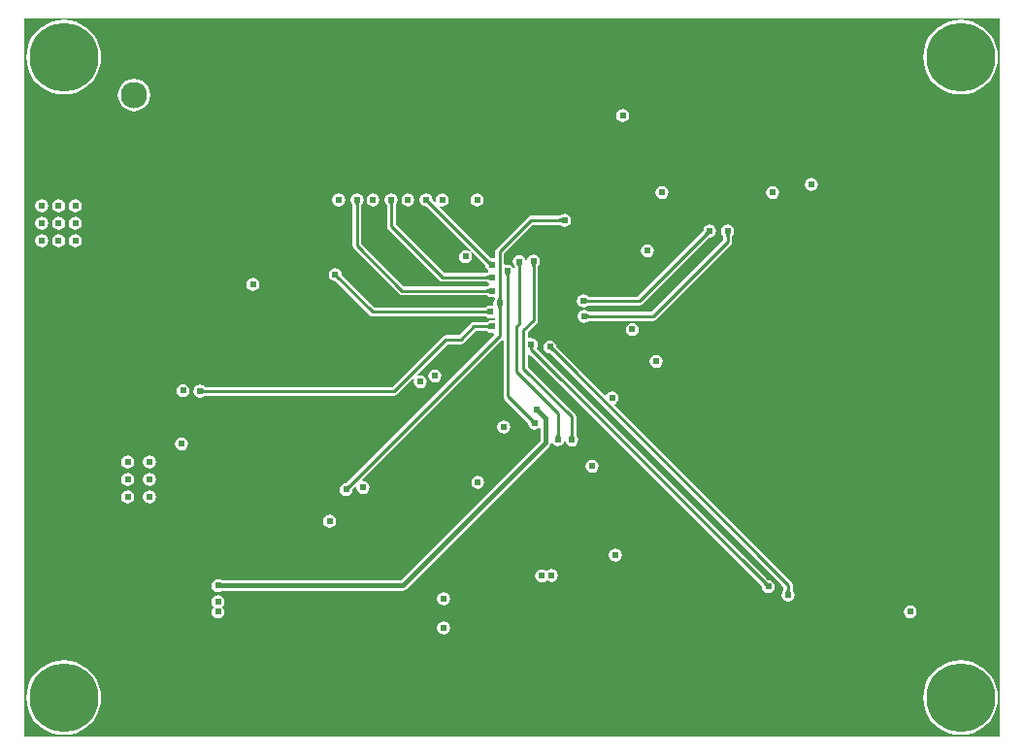
<source format=gbl>
G04*
G04 #@! TF.GenerationSoftware,Altium Limited,Altium Designer,20.1.11 (218)*
G04*
G04 Layer_Physical_Order=4*
G04 Layer_Color=16711680*
%FSLAX25Y25*%
%MOIN*%
G70*
G04*
G04 #@! TF.SameCoordinates,B66A225C-BE24-4516-9184-EBC19AA3E607*
G04*
G04*
G04 #@! TF.FilePolarity,Positive*
G04*
G01*
G75*
%ADD15C,0.01000*%
%ADD104C,0.01500*%
%ADD109C,0.09055*%
%ADD111C,0.02400*%
%ADD112C,0.23622*%
G36*
X321411Y-13511D02*
X-13511D01*
Y233411D01*
X321411D01*
Y-13511D01*
D02*
G37*
%LPC*%
G36*
X308000Y232851D02*
X305990Y232692D01*
X304029Y232222D01*
X302166Y231450D01*
X300447Y230396D01*
X298913Y229087D01*
X297604Y227553D01*
X296550Y225834D01*
X295778Y223971D01*
X295308Y222010D01*
X295149Y220000D01*
X295308Y217990D01*
X295778Y216029D01*
X296550Y214166D01*
X297604Y212447D01*
X298913Y210913D01*
X300447Y209604D01*
X302166Y208550D01*
X304029Y207778D01*
X305990Y207308D01*
X308000Y207149D01*
X310010Y207308D01*
X311971Y207778D01*
X313834Y208550D01*
X315553Y209604D01*
X317087Y210913D01*
X318396Y212447D01*
X319450Y214166D01*
X320222Y216029D01*
X320692Y217990D01*
X320851Y220000D01*
X320692Y222010D01*
X320222Y223971D01*
X319450Y225834D01*
X318396Y227553D01*
X317087Y229087D01*
X315553Y230396D01*
X313834Y231450D01*
X311971Y232222D01*
X310010Y232692D01*
X308000Y232851D01*
D02*
G37*
G36*
X0D02*
X-2010Y232692D01*
X-3971Y232222D01*
X-5834Y231450D01*
X-7553Y230396D01*
X-9087Y229087D01*
X-10396Y227553D01*
X-11450Y225834D01*
X-12222Y223971D01*
X-12692Y222010D01*
X-12851Y220000D01*
X-12692Y217990D01*
X-12222Y216029D01*
X-11450Y214166D01*
X-10396Y212447D01*
X-9087Y210913D01*
X-7553Y209604D01*
X-5834Y208550D01*
X-3971Y207778D01*
X-2010Y207308D01*
X0Y207149D01*
X2010Y207308D01*
X3971Y207778D01*
X5834Y208550D01*
X7553Y209604D01*
X9087Y210913D01*
X10396Y212447D01*
X11450Y214166D01*
X12222Y216029D01*
X12692Y217990D01*
X12851Y220000D01*
X12692Y222010D01*
X12222Y223971D01*
X11450Y225834D01*
X10396Y227553D01*
X9087Y229087D01*
X7553Y230396D01*
X5834Y231450D01*
X3971Y232222D01*
X2010Y232692D01*
X0Y232851D01*
D02*
G37*
G36*
X24158Y212575D02*
X22715Y212385D01*
X21370Y211828D01*
X20215Y210942D01*
X19329Y209788D01*
X18772Y208443D01*
X18582Y207000D01*
X18772Y205557D01*
X19329Y204212D01*
X20215Y203058D01*
X21370Y202172D01*
X22715Y201615D01*
X24158Y201425D01*
X25600Y201615D01*
X26945Y202172D01*
X28100Y203058D01*
X28986Y204212D01*
X29543Y205557D01*
X29733Y207000D01*
X29543Y208443D01*
X28986Y209788D01*
X28100Y210942D01*
X26945Y211828D01*
X25600Y212385D01*
X24158Y212575D01*
D02*
G37*
G36*
X192000Y202243D02*
X191142Y202072D01*
X190414Y201586D01*
X189928Y200858D01*
X189757Y200000D01*
X189928Y199142D01*
X190414Y198414D01*
X191142Y197928D01*
X192000Y197757D01*
X192858Y197928D01*
X193586Y198414D01*
X194072Y199142D01*
X194243Y200000D01*
X194072Y200858D01*
X193586Y201586D01*
X192858Y202072D01*
X192000Y202243D01*
D02*
G37*
G36*
X256745Y178485D02*
X255886Y178314D01*
X255158Y177828D01*
X254672Y177100D01*
X254502Y176242D01*
X254672Y175383D01*
X255158Y174655D01*
X255886Y174169D01*
X256745Y173998D01*
X257603Y174169D01*
X258331Y174655D01*
X258817Y175383D01*
X258988Y176242D01*
X258817Y177100D01*
X258331Y177828D01*
X257603Y178314D01*
X256745Y178485D01*
D02*
G37*
G36*
X243500Y175743D02*
X242642Y175572D01*
X241914Y175086D01*
X241428Y174358D01*
X241257Y173500D01*
X241428Y172642D01*
X241914Y171914D01*
X242642Y171428D01*
X243500Y171257D01*
X244358Y171428D01*
X245086Y171914D01*
X245572Y172642D01*
X245743Y173500D01*
X245572Y174358D01*
X245086Y175086D01*
X244358Y175572D01*
X243500Y175743D01*
D02*
G37*
G36*
X205500D02*
X204642Y175572D01*
X203914Y175086D01*
X203428Y174358D01*
X203257Y173500D01*
X203428Y172642D01*
X203914Y171914D01*
X204642Y171428D01*
X205500Y171257D01*
X206358Y171428D01*
X207086Y171914D01*
X207572Y172642D01*
X207743Y173500D01*
X207572Y174358D01*
X207086Y175086D01*
X206358Y175572D01*
X205500Y175743D01*
D02*
G37*
G36*
X129951Y173243D02*
X129092Y173072D01*
X128365Y172586D01*
X127878Y171858D01*
X127708Y171000D01*
X127793Y170572D01*
X127332Y170326D01*
X126766Y170891D01*
X126754Y170908D01*
X126738Y170934D01*
X126732Y170945D01*
X126743Y171000D01*
X126572Y171858D01*
X126086Y172586D01*
X125358Y173072D01*
X124500Y173243D01*
X123642Y173072D01*
X122914Y172586D01*
X122428Y171858D01*
X122257Y171000D01*
X122428Y170142D01*
X122914Y169414D01*
X123642Y168928D01*
X124500Y168757D01*
X124547Y168766D01*
X124557Y168761D01*
X124583Y168744D01*
X124600Y168731D01*
X139762Y153570D01*
X139443Y153182D01*
X139327Y153259D01*
X138858Y153572D01*
X138000Y153743D01*
X137142Y153572D01*
X136414Y153086D01*
X135928Y152358D01*
X135757Y151500D01*
X135928Y150642D01*
X136414Y149914D01*
X137142Y149428D01*
X138000Y149257D01*
X138858Y149428D01*
X139586Y149914D01*
X140072Y150642D01*
X140243Y151500D01*
X140072Y152358D01*
X139759Y152827D01*
X139682Y152943D01*
X140070Y153262D01*
X144698Y148634D01*
X144716Y148611D01*
X144743Y148571D01*
X144763Y148538D01*
X144778Y148509D01*
X144789Y148485D01*
X144795Y148466D01*
X144799Y148451D01*
X144809Y148398D01*
X144845Y148307D01*
X144928Y147892D01*
X145414Y147164D01*
X145896Y146842D01*
Y146256D01*
X145414Y145934D01*
X145385Y145891D01*
X145374Y145887D01*
X145344Y145880D01*
X145323Y145877D01*
X130786D01*
X114029Y162634D01*
Y169323D01*
X114033Y169344D01*
X114040Y169374D01*
X114043Y169385D01*
X114086Y169414D01*
X114572Y170142D01*
X114743Y171000D01*
X114572Y171858D01*
X114086Y172586D01*
X113358Y173072D01*
X112500Y173243D01*
X111642Y173072D01*
X110914Y172586D01*
X110428Y171858D01*
X110257Y171000D01*
X110428Y170142D01*
X110914Y169414D01*
X110957Y169385D01*
X110960Y169374D01*
X110967Y169344D01*
X110971Y169323D01*
Y162000D01*
X111087Y161415D01*
X111419Y160919D01*
X129071Y143266D01*
X129567Y142935D01*
X130152Y142818D01*
X145323D01*
X145344Y142815D01*
X145374Y142808D01*
X145385Y142805D01*
X145414Y142762D01*
X146076Y142319D01*
X146112Y142049D01*
X146076Y141779D01*
X145414Y141336D01*
X145385Y141293D01*
X145374Y141289D01*
X145344Y141283D01*
X145323Y141279D01*
X116884D01*
X102279Y155884D01*
Y169323D01*
X102283Y169344D01*
X102289Y169374D01*
X102293Y169385D01*
X102336Y169414D01*
X102822Y170142D01*
X102993Y171000D01*
X102822Y171858D01*
X102336Y172586D01*
X101608Y173072D01*
X100750Y173243D01*
X99892Y173072D01*
X99164Y172586D01*
X98678Y171858D01*
X98507Y171000D01*
X98678Y170142D01*
X99164Y169414D01*
X99207Y169385D01*
X99211Y169374D01*
X99217Y169344D01*
X99221Y169323D01*
Y155250D01*
X99337Y154665D01*
X99669Y154169D01*
X115169Y138669D01*
X115665Y138337D01*
X116250Y138221D01*
X145323D01*
X145344Y138217D01*
X145374Y138210D01*
X145385Y138207D01*
X145414Y138164D01*
X146142Y137678D01*
X147000Y137507D01*
X147543Y137615D01*
X148000Y137281D01*
X148053Y136920D01*
X147678Y136358D01*
X147507Y135500D01*
X147608Y134994D01*
X147560Y134913D01*
X147174Y134609D01*
X146500Y134743D01*
X145642Y134572D01*
X144914Y134086D01*
X144885Y134043D01*
X144874Y134039D01*
X144844Y134033D01*
X144823Y134029D01*
X106633D01*
X95528Y145135D01*
X95515Y145152D01*
X95499Y145178D01*
X95493Y145189D01*
X95503Y145240D01*
X95333Y146098D01*
X94846Y146826D01*
X94119Y147312D01*
X93260Y147483D01*
X92402Y147312D01*
X91674Y146826D01*
X91188Y146098D01*
X91017Y145240D01*
X91188Y144381D01*
X91674Y143654D01*
X92402Y143167D01*
X93260Y142997D01*
X93311Y143007D01*
X93322Y143001D01*
X93348Y142985D01*
X93365Y142972D01*
X104919Y131419D01*
X105415Y131087D01*
X106000Y130971D01*
X144823D01*
X144844Y130967D01*
X144874Y130961D01*
X144885Y130957D01*
X144914Y130914D01*
X145642Y130428D01*
X146500Y130257D01*
X147358Y130428D01*
X147721Y130670D01*
X148221Y130402D01*
Y129886D01*
X147721Y129600D01*
X147000Y129743D01*
X146142Y129572D01*
X145414Y129086D01*
X145385Y129043D01*
X145374Y129040D01*
X145344Y129033D01*
X145323Y129029D01*
X140900D01*
X140315Y128913D01*
X139819Y128581D01*
X135766Y124529D01*
X131260D01*
X130675Y124413D01*
X130179Y124081D01*
X112866Y106769D01*
X48438D01*
X48417Y106772D01*
X48386Y106779D01*
X48375Y106783D01*
X48346Y106826D01*
X47619Y107312D01*
X46760Y107483D01*
X45902Y107312D01*
X45174Y106826D01*
X44688Y106098D01*
X44517Y105240D01*
X44688Y104381D01*
X45174Y103654D01*
X45902Y103167D01*
X46760Y102997D01*
X47619Y103167D01*
X48346Y103654D01*
X48375Y103697D01*
X48386Y103700D01*
X48417Y103707D01*
X48438Y103710D01*
X113500D01*
X114085Y103827D01*
X114581Y104158D01*
X120000Y109577D01*
X120231Y109459D01*
X120413Y109282D01*
X120257Y108500D01*
X120428Y107642D01*
X120914Y106914D01*
X121642Y106428D01*
X122500Y106257D01*
X123358Y106428D01*
X124086Y106914D01*
X124572Y107642D01*
X124743Y108500D01*
X124572Y109358D01*
X124086Y110086D01*
X123358Y110572D01*
X122500Y110743D01*
X121718Y110588D01*
X121541Y110769D01*
X121423Y111000D01*
X131894Y121471D01*
X136400D01*
X136985Y121587D01*
X137481Y121919D01*
X141534Y125971D01*
X145323D01*
X145344Y125967D01*
X145374Y125961D01*
X145385Y125957D01*
X145414Y125914D01*
X146142Y125428D01*
X147000Y125257D01*
X147442Y125345D01*
X147942Y124993D01*
X147978Y124679D01*
X97115Y73817D01*
X97098Y73804D01*
X97071Y73788D01*
X97061Y73782D01*
X97010Y73792D01*
X96152Y73622D01*
X95424Y73135D01*
X94938Y72408D01*
X94767Y71549D01*
X94938Y70691D01*
X95424Y69963D01*
X96152Y69477D01*
X97010Y69306D01*
X97869Y69477D01*
X98597Y69963D01*
X99083Y70691D01*
X99253Y71549D01*
X99243Y71600D01*
X99249Y71610D01*
X99265Y71637D01*
X99278Y71654D01*
X100164Y72540D01*
X100624Y72293D01*
X100598Y72159D01*
X100768Y71301D01*
X101255Y70573D01*
X101982Y70087D01*
X102841Y69916D01*
X103699Y70087D01*
X104427Y70573D01*
X104913Y71301D01*
X105084Y72159D01*
X104913Y73018D01*
X104427Y73745D01*
X103699Y74231D01*
X102841Y74402D01*
X102707Y74376D01*
X102461Y74836D01*
X150471Y122846D01*
X150971Y122639D01*
Y103500D01*
X151087Y102915D01*
X151419Y102419D01*
X159483Y94354D01*
X159495Y94337D01*
X159512Y94311D01*
X159517Y94301D01*
X159507Y94250D01*
X159678Y93392D01*
X160164Y92664D01*
X160892Y92178D01*
X161750Y92007D01*
X162608Y92178D01*
X163216Y92583D01*
X163716Y92400D01*
Y88239D01*
X115782Y40305D01*
X54300D01*
X53869Y40593D01*
X53010Y40764D01*
X52152Y40593D01*
X51424Y40107D01*
X50938Y39379D01*
X50767Y38521D01*
X50938Y37662D01*
X51424Y36935D01*
X52152Y36448D01*
X53010Y36278D01*
X53869Y36448D01*
X54295Y36733D01*
X54348Y36737D01*
X116521D01*
X117204Y36872D01*
X117782Y37259D01*
X166762Y86238D01*
X167148Y86817D01*
X167268Y87416D01*
X167497Y87518D01*
X167784Y87543D01*
X168164Y86975D01*
X168892Y86488D01*
X169750Y86317D01*
X170608Y86488D01*
X171336Y86975D01*
X171822Y87702D01*
X171864Y87912D01*
X172374D01*
X172428Y87642D01*
X172914Y86914D01*
X173642Y86428D01*
X174500Y86257D01*
X175358Y86428D01*
X176086Y86914D01*
X176572Y87642D01*
X176743Y88500D01*
X176572Y89358D01*
X176086Y90086D01*
X176043Y90115D01*
X176040Y90126D01*
X176033Y90156D01*
X176029Y90177D01*
Y96500D01*
X175913Y97085D01*
X175581Y97581D01*
X159429Y113733D01*
Y117882D01*
X159929Y118089D01*
X239709Y38310D01*
X239721Y38293D01*
X239738Y38267D01*
X239743Y38256D01*
X239733Y38205D01*
X239904Y37347D01*
X240390Y36619D01*
X241118Y36133D01*
X241976Y35962D01*
X242835Y36133D01*
X243562Y36619D01*
X244049Y37347D01*
X244219Y38205D01*
X244049Y39064D01*
X243562Y39792D01*
X242835Y40278D01*
X241976Y40448D01*
X241925Y40438D01*
X241915Y40444D01*
X241889Y40460D01*
X241872Y40473D01*
X162324Y120020D01*
X162672Y120542D01*
X162843Y121400D01*
X162672Y122258D01*
X162186Y122986D01*
X161458Y123472D01*
X160600Y123643D01*
X159929Y123510D01*
X159429Y123819D01*
Y125566D01*
X162366Y128503D01*
X162697Y128999D01*
X162814Y129584D01*
Y148232D01*
X162817Y148253D01*
X162824Y148283D01*
X162827Y148294D01*
X162870Y148323D01*
X163357Y149051D01*
X163527Y149909D01*
X163357Y150768D01*
X162870Y151495D01*
X162143Y151981D01*
X161284Y152152D01*
X160426Y151981D01*
X159698Y151495D01*
X159212Y150768D01*
X159131Y150362D01*
X158621D01*
X158572Y150608D01*
X158086Y151336D01*
X157358Y151822D01*
X156500Y151993D01*
X155642Y151822D01*
X154914Y151336D01*
X154428Y150608D01*
X154257Y149750D01*
X154428Y148892D01*
X154914Y148164D01*
X154957Y148135D01*
X154959Y148128D01*
X154963Y147660D01*
X154471Y147511D01*
X154086Y148086D01*
X153358Y148572D01*
X152500Y148743D01*
X151779Y148600D01*
X151279Y148886D01*
Y152617D01*
X161134Y162471D01*
X170323D01*
X170344Y162467D01*
X170374Y162460D01*
X170385Y162457D01*
X170414Y162414D01*
X171142Y161928D01*
X172000Y161757D01*
X172858Y161928D01*
X173586Y162414D01*
X174072Y163142D01*
X174243Y164000D01*
X174072Y164858D01*
X173586Y165586D01*
X172858Y166072D01*
X172000Y166243D01*
X171142Y166072D01*
X170414Y165586D01*
X170385Y165543D01*
X170374Y165540D01*
X170344Y165533D01*
X170323Y165529D01*
X160500D01*
X159915Y165413D01*
X159419Y165081D01*
X148669Y154331D01*
X148337Y153835D01*
X148221Y153250D01*
Y151136D01*
X147721Y150850D01*
X147000Y150993D01*
X146751Y150944D01*
X146711Y150947D01*
X146709Y150949D01*
X129276Y168381D01*
X129523Y168842D01*
X129951Y168757D01*
X130809Y168928D01*
X131537Y169414D01*
X132023Y170142D01*
X132194Y171000D01*
X132023Y171858D01*
X131537Y172586D01*
X130809Y173072D01*
X129951Y173243D01*
D02*
G37*
G36*
X141951D02*
X141092Y173072D01*
X140365Y172586D01*
X139878Y171858D01*
X139708Y171000D01*
X139878Y170142D01*
X140365Y169414D01*
X141092Y168928D01*
X141951Y168757D01*
X142809Y168928D01*
X143537Y169414D01*
X144023Y170142D01*
X144194Y171000D01*
X144023Y171858D01*
X143537Y172586D01*
X142809Y173072D01*
X141951Y173243D01*
D02*
G37*
G36*
X118201D02*
X117342Y173072D01*
X116615Y172586D01*
X116128Y171858D01*
X115958Y171000D01*
X116128Y170142D01*
X116615Y169414D01*
X117342Y168928D01*
X118201Y168757D01*
X119059Y168928D01*
X119787Y169414D01*
X120273Y170142D01*
X120444Y171000D01*
X120273Y171858D01*
X119787Y172586D01*
X119059Y173072D01*
X118201Y173243D01*
D02*
G37*
G36*
X106201D02*
X105342Y173072D01*
X104615Y172586D01*
X104128Y171858D01*
X103958Y171000D01*
X104128Y170142D01*
X104615Y169414D01*
X105342Y168928D01*
X106201Y168757D01*
X107059Y168928D01*
X107787Y169414D01*
X108273Y170142D01*
X108444Y171000D01*
X108273Y171858D01*
X107787Y172586D01*
X107059Y173072D01*
X106201Y173243D01*
D02*
G37*
G36*
X94451D02*
X93592Y173072D01*
X92865Y172586D01*
X92378Y171858D01*
X92208Y171000D01*
X92378Y170142D01*
X92865Y169414D01*
X93592Y168928D01*
X94451Y168757D01*
X95309Y168928D01*
X96037Y169414D01*
X96523Y170142D01*
X96694Y171000D01*
X96523Y171858D01*
X96037Y172586D01*
X95309Y173072D01*
X94451Y173243D01*
D02*
G37*
G36*
X4000Y171243D02*
X3142Y171072D01*
X2414Y170586D01*
X1928Y169858D01*
X1757Y169000D01*
X1928Y168142D01*
X2414Y167414D01*
X3142Y166928D01*
X4000Y166757D01*
X4858Y166928D01*
X5586Y167414D01*
X6072Y168142D01*
X6243Y169000D01*
X6072Y169858D01*
X5586Y170586D01*
X4858Y171072D01*
X4000Y171243D01*
D02*
G37*
G36*
X-1750D02*
X-2608Y171072D01*
X-3336Y170586D01*
X-3822Y169858D01*
X-3993Y169000D01*
X-3822Y168142D01*
X-3336Y167414D01*
X-2608Y166928D01*
X-1750Y166757D01*
X-892Y166928D01*
X-164Y167414D01*
X322Y168142D01*
X493Y169000D01*
X322Y169858D01*
X-164Y170586D01*
X-892Y171072D01*
X-1750Y171243D01*
D02*
G37*
G36*
X-7500D02*
X-8358Y171072D01*
X-9086Y170586D01*
X-9572Y169858D01*
X-9743Y169000D01*
X-9572Y168142D01*
X-9086Y167414D01*
X-8358Y166928D01*
X-7500Y166757D01*
X-6642Y166928D01*
X-5914Y167414D01*
X-5428Y168142D01*
X-5257Y169000D01*
X-5428Y169858D01*
X-5914Y170586D01*
X-6642Y171072D01*
X-7500Y171243D01*
D02*
G37*
G36*
X4000Y165243D02*
X3142Y165072D01*
X2414Y164586D01*
X1928Y163858D01*
X1757Y163000D01*
X1928Y162142D01*
X2414Y161414D01*
X3142Y160928D01*
X4000Y160757D01*
X4858Y160928D01*
X5586Y161414D01*
X6072Y162142D01*
X6243Y163000D01*
X6072Y163858D01*
X5586Y164586D01*
X4858Y165072D01*
X4000Y165243D01*
D02*
G37*
G36*
X-1750D02*
X-2608Y165072D01*
X-3336Y164586D01*
X-3822Y163858D01*
X-3993Y163000D01*
X-3822Y162142D01*
X-3336Y161414D01*
X-2608Y160928D01*
X-1750Y160757D01*
X-892Y160928D01*
X-164Y161414D01*
X322Y162142D01*
X493Y163000D01*
X322Y163858D01*
X-164Y164586D01*
X-892Y165072D01*
X-1750Y165243D01*
D02*
G37*
G36*
X-7500D02*
X-8358Y165072D01*
X-9086Y164586D01*
X-9572Y163858D01*
X-9743Y163000D01*
X-9572Y162142D01*
X-9086Y161414D01*
X-8358Y160928D01*
X-7500Y160757D01*
X-6642Y160928D01*
X-5914Y161414D01*
X-5428Y162142D01*
X-5257Y163000D01*
X-5428Y163858D01*
X-5914Y164586D01*
X-6642Y165072D01*
X-7500Y165243D01*
D02*
G37*
G36*
X221847Y162493D02*
X220988Y162322D01*
X220260Y161836D01*
X219774Y161108D01*
X219634Y160405D01*
X219632Y160399D01*
X219632Y160394D01*
X219616Y160312D01*
X219611Y160301D01*
X219597Y160276D01*
X219576Y160244D01*
X219561Y160224D01*
X197116Y137779D01*
X180177D01*
X180156Y137783D01*
X180126Y137789D01*
X180115Y137793D01*
X180086Y137836D01*
X179358Y138322D01*
X178500Y138493D01*
X177642Y138322D01*
X176914Y137836D01*
X176428Y137108D01*
X176257Y136250D01*
X176428Y135392D01*
X176914Y134664D01*
X177642Y134178D01*
X178500Y134007D01*
X179358Y134178D01*
X180086Y134664D01*
X180115Y134707D01*
X180126Y134711D01*
X180156Y134717D01*
X180177Y134721D01*
X197750D01*
X198335Y134837D01*
X198831Y135169D01*
X221668Y158005D01*
X221681Y158015D01*
X221703Y158028D01*
X221714Y158033D01*
X221847Y158007D01*
X222705Y158178D01*
X223433Y158664D01*
X223919Y159392D01*
X224090Y160250D01*
X223919Y161108D01*
X223433Y161836D01*
X222705Y162322D01*
X221847Y162493D01*
D02*
G37*
G36*
X4000Y159243D02*
X3142Y159072D01*
X2414Y158586D01*
X1928Y157858D01*
X1757Y157000D01*
X1928Y156142D01*
X2414Y155414D01*
X3142Y154928D01*
X4000Y154757D01*
X4858Y154928D01*
X5586Y155414D01*
X6072Y156142D01*
X6243Y157000D01*
X6072Y157858D01*
X5586Y158586D01*
X4858Y159072D01*
X4000Y159243D01*
D02*
G37*
G36*
X-1750D02*
X-2608Y159072D01*
X-3336Y158586D01*
X-3822Y157858D01*
X-3993Y157000D01*
X-3822Y156142D01*
X-3336Y155414D01*
X-2608Y154928D01*
X-1750Y154757D01*
X-892Y154928D01*
X-164Y155414D01*
X322Y156142D01*
X493Y157000D01*
X322Y157858D01*
X-164Y158586D01*
X-892Y159072D01*
X-1750Y159243D01*
D02*
G37*
G36*
X-7500D02*
X-8358Y159072D01*
X-9086Y158586D01*
X-9572Y157858D01*
X-9743Y157000D01*
X-9572Y156142D01*
X-9086Y155414D01*
X-8358Y154928D01*
X-7500Y154757D01*
X-6642Y154928D01*
X-5914Y155414D01*
X-5428Y156142D01*
X-5257Y157000D01*
X-5428Y157858D01*
X-5914Y158586D01*
X-6642Y159072D01*
X-7500Y159243D01*
D02*
G37*
G36*
X200500Y155743D02*
X199642Y155572D01*
X198914Y155086D01*
X198428Y154358D01*
X198257Y153500D01*
X198428Y152642D01*
X198914Y151914D01*
X199642Y151428D01*
X200500Y151257D01*
X201358Y151428D01*
X202086Y151914D01*
X202572Y152642D01*
X202743Y153500D01*
X202572Y154358D01*
X202086Y155086D01*
X201358Y155572D01*
X200500Y155743D01*
D02*
G37*
G36*
X65000Y144243D02*
X64142Y144072D01*
X63414Y143586D01*
X62928Y142858D01*
X62757Y142000D01*
X62928Y141142D01*
X63414Y140414D01*
X64142Y139928D01*
X65000Y139757D01*
X65858Y139928D01*
X66586Y140414D01*
X67072Y141142D01*
X67243Y142000D01*
X67072Y142858D01*
X66586Y143586D01*
X65858Y144072D01*
X65000Y144243D01*
D02*
G37*
G36*
X228000Y162493D02*
X227142Y162322D01*
X226414Y161836D01*
X225928Y161108D01*
X225757Y160250D01*
X225928Y159392D01*
X226414Y158664D01*
X226457Y158635D01*
X226461Y158624D01*
X226467Y158594D01*
X226471Y158573D01*
Y157133D01*
X201867Y132529D01*
X180427D01*
X180406Y132533D01*
X180376Y132539D01*
X180365Y132543D01*
X180336Y132586D01*
X179608Y133072D01*
X178750Y133243D01*
X177892Y133072D01*
X177164Y132586D01*
X176678Y131858D01*
X176507Y131000D01*
X176678Y130142D01*
X177164Y129414D01*
X177892Y128928D01*
X178750Y128757D01*
X179608Y128928D01*
X180336Y129414D01*
X180365Y129457D01*
X180376Y129461D01*
X180406Y129467D01*
X180427Y129471D01*
X202500D01*
X203085Y129587D01*
X203581Y129919D01*
X229081Y155419D01*
X229413Y155915D01*
X229529Y156500D01*
Y158573D01*
X229533Y158594D01*
X229539Y158624D01*
X229543Y158635D01*
X229586Y158664D01*
X230072Y159392D01*
X230243Y160250D01*
X230072Y161108D01*
X229586Y161836D01*
X228858Y162322D01*
X228000Y162493D01*
D02*
G37*
G36*
X195250Y128743D02*
X194392Y128572D01*
X193664Y128086D01*
X193178Y127358D01*
X193007Y126500D01*
X193178Y125642D01*
X193664Y124914D01*
X194392Y124428D01*
X195250Y124257D01*
X196108Y124428D01*
X196836Y124914D01*
X197322Y125642D01*
X197493Y126500D01*
X197322Y127358D01*
X196836Y128086D01*
X196108Y128572D01*
X195250Y128743D01*
D02*
G37*
G36*
X203500Y117743D02*
X202642Y117572D01*
X201914Y117086D01*
X201428Y116358D01*
X201257Y115500D01*
X201428Y114642D01*
X201914Y113914D01*
X202642Y113428D01*
X203500Y113257D01*
X204358Y113428D01*
X205086Y113914D01*
X205572Y114642D01*
X205743Y115500D01*
X205572Y116358D01*
X205086Y117086D01*
X204358Y117572D01*
X203500Y117743D01*
D02*
G37*
G36*
X127500Y112743D02*
X126642Y112572D01*
X125914Y112086D01*
X125428Y111358D01*
X125257Y110500D01*
X125428Y109642D01*
X125914Y108914D01*
X126642Y108428D01*
X127500Y108257D01*
X128358Y108428D01*
X129086Y108914D01*
X129572Y109642D01*
X129743Y110500D01*
X129572Y111358D01*
X129086Y112086D01*
X128358Y112572D01*
X127500Y112743D01*
D02*
G37*
G36*
X41000Y107743D02*
X40142Y107572D01*
X39414Y107086D01*
X38928Y106358D01*
X38757Y105500D01*
X38928Y104642D01*
X39414Y103914D01*
X40142Y103428D01*
X41000Y103257D01*
X41858Y103428D01*
X42586Y103914D01*
X43072Y104642D01*
X43243Y105500D01*
X43072Y106358D01*
X42586Y107086D01*
X41858Y107572D01*
X41000Y107743D01*
D02*
G37*
G36*
X151150Y95243D02*
X150291Y95072D01*
X149564Y94586D01*
X149077Y93858D01*
X148907Y93000D01*
X149077Y92142D01*
X149564Y91414D01*
X150291Y90928D01*
X151150Y90757D01*
X152008Y90928D01*
X152736Y91414D01*
X153222Y92142D01*
X153393Y93000D01*
X153222Y93858D01*
X152736Y94586D01*
X152008Y95072D01*
X151150Y95243D01*
D02*
G37*
G36*
X40500Y89443D02*
X39642Y89272D01*
X38914Y88786D01*
X38428Y88058D01*
X38257Y87200D01*
X38428Y86342D01*
X38914Y85614D01*
X39642Y85128D01*
X40500Y84957D01*
X41358Y85128D01*
X42086Y85614D01*
X42572Y86342D01*
X42743Y87200D01*
X42572Y88058D01*
X42086Y88786D01*
X41358Y89272D01*
X40500Y89443D01*
D02*
G37*
G36*
X29500Y83243D02*
X28642Y83072D01*
X27914Y82586D01*
X27428Y81858D01*
X27257Y81000D01*
X27428Y80142D01*
X27914Y79414D01*
X28642Y78928D01*
X29500Y78757D01*
X30358Y78928D01*
X31086Y79414D01*
X31572Y80142D01*
X31743Y81000D01*
X31572Y81858D01*
X31086Y82586D01*
X30358Y83072D01*
X29500Y83243D01*
D02*
G37*
G36*
X22000D02*
X21142Y83072D01*
X20414Y82586D01*
X19928Y81858D01*
X19757Y81000D01*
X19928Y80142D01*
X20414Y79414D01*
X21142Y78928D01*
X22000Y78757D01*
X22858Y78928D01*
X23586Y79414D01*
X24072Y80142D01*
X24243Y81000D01*
X24072Y81858D01*
X23586Y82586D01*
X22858Y83072D01*
X22000Y83243D01*
D02*
G37*
G36*
X181500Y81743D02*
X180642Y81572D01*
X179914Y81086D01*
X179428Y80358D01*
X179257Y79500D01*
X179428Y78642D01*
X179914Y77914D01*
X180642Y77428D01*
X181500Y77257D01*
X182358Y77428D01*
X183086Y77914D01*
X183572Y78642D01*
X183743Y79500D01*
X183572Y80358D01*
X183086Y81086D01*
X182358Y81572D01*
X181500Y81743D01*
D02*
G37*
G36*
X29500Y77243D02*
X28642Y77072D01*
X27914Y76586D01*
X27428Y75858D01*
X27257Y75000D01*
X27428Y74142D01*
X27914Y73414D01*
X28642Y72928D01*
X29500Y72757D01*
X30358Y72928D01*
X31086Y73414D01*
X31572Y74142D01*
X31743Y75000D01*
X31572Y75858D01*
X31086Y76586D01*
X30358Y77072D01*
X29500Y77243D01*
D02*
G37*
G36*
X22000D02*
X21142Y77072D01*
X20414Y76586D01*
X19928Y75858D01*
X19757Y75000D01*
X19928Y74142D01*
X20414Y73414D01*
X21142Y72928D01*
X22000Y72757D01*
X22858Y72928D01*
X23586Y73414D01*
X24072Y74142D01*
X24243Y75000D01*
X24072Y75858D01*
X23586Y76586D01*
X22858Y77072D01*
X22000Y77243D01*
D02*
G37*
G36*
X142201Y76243D02*
X141342Y76072D01*
X140615Y75586D01*
X140128Y74858D01*
X139958Y74000D01*
X140128Y73142D01*
X140615Y72414D01*
X141342Y71928D01*
X142201Y71757D01*
X143059Y71928D01*
X143787Y72414D01*
X144273Y73142D01*
X144444Y74000D01*
X144273Y74858D01*
X143787Y75586D01*
X143059Y76072D01*
X142201Y76243D01*
D02*
G37*
G36*
X29500Y71243D02*
X28642Y71072D01*
X27914Y70586D01*
X27428Y69858D01*
X27257Y69000D01*
X27428Y68142D01*
X27914Y67414D01*
X28642Y66928D01*
X29500Y66757D01*
X30358Y66928D01*
X31086Y67414D01*
X31572Y68142D01*
X31743Y69000D01*
X31572Y69858D01*
X31086Y70586D01*
X30358Y71072D01*
X29500Y71243D01*
D02*
G37*
G36*
X22000D02*
X21142Y71072D01*
X20414Y70586D01*
X19928Y69858D01*
X19757Y69000D01*
X19928Y68142D01*
X20414Y67414D01*
X21142Y66928D01*
X22000Y66757D01*
X22858Y66928D01*
X23586Y67414D01*
X24072Y68142D01*
X24243Y69000D01*
X24072Y69858D01*
X23586Y70586D01*
X22858Y71072D01*
X22000Y71243D01*
D02*
G37*
G36*
X91341Y62902D02*
X90482Y62731D01*
X89755Y62245D01*
X89268Y61518D01*
X89098Y60659D01*
X89268Y59801D01*
X89755Y59073D01*
X90482Y58587D01*
X91341Y58416D01*
X92199Y58587D01*
X92927Y59073D01*
X93413Y59801D01*
X93584Y60659D01*
X93413Y61518D01*
X92927Y62245D01*
X92199Y62731D01*
X91341Y62902D01*
D02*
G37*
G36*
X189500Y51243D02*
X188642Y51072D01*
X187914Y50586D01*
X187428Y49858D01*
X187257Y49000D01*
X187428Y48142D01*
X187914Y47414D01*
X188642Y46928D01*
X189500Y46757D01*
X190358Y46928D01*
X191086Y47414D01*
X191572Y48142D01*
X191743Y49000D01*
X191572Y49858D01*
X191086Y50586D01*
X190358Y51072D01*
X189500Y51243D01*
D02*
G37*
G36*
X167500Y44243D02*
X166642Y44072D01*
X165914Y43586D01*
X165373Y43676D01*
X165018Y43913D01*
X164159Y44084D01*
X163301Y43913D01*
X162573Y43427D01*
X162087Y42699D01*
X161916Y41841D01*
X162087Y40982D01*
X162573Y40255D01*
X163301Y39768D01*
X164159Y39598D01*
X165018Y39768D01*
X165745Y40255D01*
X166287Y40165D01*
X166642Y39928D01*
X167500Y39757D01*
X168358Y39928D01*
X169086Y40414D01*
X169572Y41142D01*
X169743Y42000D01*
X169572Y42858D01*
X169086Y43586D01*
X168358Y44072D01*
X167500Y44243D01*
D02*
G37*
G36*
X167000Y122743D02*
X166142Y122572D01*
X165414Y122086D01*
X164928Y121358D01*
X164757Y120500D01*
X164928Y119642D01*
X165414Y118914D01*
X166142Y118428D01*
X167000Y118257D01*
X167051Y118267D01*
X167061Y118262D01*
X167087Y118245D01*
X167104Y118233D01*
X247229Y38108D01*
Y36919D01*
X247225Y36898D01*
X247219Y36868D01*
X247215Y36857D01*
X247172Y36828D01*
X246686Y36100D01*
X246515Y35242D01*
X246686Y34383D01*
X247172Y33656D01*
X247900Y33170D01*
X248758Y32999D01*
X249617Y33170D01*
X250344Y33656D01*
X250831Y34383D01*
X251001Y35242D01*
X250831Y36100D01*
X250344Y36828D01*
X250301Y36857D01*
X250298Y36868D01*
X250291Y36898D01*
X250288Y36919D01*
Y38742D01*
X250171Y39327D01*
X249839Y39823D01*
X189167Y100496D01*
X189302Y101068D01*
X189870Y101448D01*
X190357Y102176D01*
X190527Y103034D01*
X190357Y103893D01*
X189870Y104620D01*
X189143Y105106D01*
X188284Y105277D01*
X187426Y105106D01*
X186698Y104620D01*
X186318Y104052D01*
X185746Y103917D01*
X169267Y120396D01*
X169255Y120413D01*
X169238Y120439D01*
X169233Y120449D01*
X169243Y120500D01*
X169072Y121358D01*
X168586Y122086D01*
X167858Y122572D01*
X167000Y122743D01*
D02*
G37*
G36*
X130500Y36243D02*
X129642Y36072D01*
X128914Y35586D01*
X128428Y34858D01*
X128257Y34000D01*
X128428Y33142D01*
X128914Y32414D01*
X129642Y31928D01*
X130500Y31757D01*
X131358Y31928D01*
X132086Y32414D01*
X132572Y33142D01*
X132743Y34000D01*
X132572Y34858D01*
X132086Y35586D01*
X131358Y36072D01*
X130500Y36243D01*
D02*
G37*
G36*
X290701Y31743D02*
X289842Y31572D01*
X289115Y31086D01*
X288628Y30358D01*
X288458Y29500D01*
X288628Y28642D01*
X289115Y27914D01*
X289842Y27428D01*
X290701Y27257D01*
X291559Y27428D01*
X292287Y27914D01*
X292773Y28642D01*
X292944Y29500D01*
X292773Y30358D01*
X292287Y31086D01*
X291559Y31572D01*
X290701Y31743D01*
D02*
G37*
G36*
X53000Y35243D02*
X52142Y35072D01*
X51414Y34586D01*
X50928Y33858D01*
X50757Y33000D01*
X50928Y32142D01*
X51414Y31414D01*
Y31086D01*
X50928Y30358D01*
X50757Y29500D01*
X50928Y28642D01*
X51414Y27914D01*
X52142Y27428D01*
X53000Y27257D01*
X53858Y27428D01*
X54586Y27914D01*
X55072Y28642D01*
X55243Y29500D01*
X55072Y30358D01*
X54586Y31086D01*
Y31414D01*
X55072Y32142D01*
X55243Y33000D01*
X55072Y33858D01*
X54586Y34586D01*
X53858Y35072D01*
X53000Y35243D01*
D02*
G37*
G36*
X130500Y26243D02*
X129642Y26072D01*
X128914Y25586D01*
X128428Y24858D01*
X128257Y24000D01*
X128428Y23142D01*
X128914Y22414D01*
X129642Y21928D01*
X130500Y21757D01*
X131358Y21928D01*
X132086Y22414D01*
X132572Y23142D01*
X132743Y24000D01*
X132572Y24858D01*
X132086Y25586D01*
X131358Y26072D01*
X130500Y26243D01*
D02*
G37*
G36*
X308000Y12851D02*
X305990Y12692D01*
X304029Y12222D01*
X302166Y11450D01*
X300447Y10396D01*
X298913Y9087D01*
X297604Y7553D01*
X296550Y5834D01*
X295778Y3971D01*
X295308Y2010D01*
X295149Y0D01*
X295308Y-2010D01*
X295778Y-3971D01*
X296550Y-5834D01*
X297604Y-7553D01*
X298913Y-9087D01*
X300447Y-10396D01*
X302166Y-11450D01*
X304029Y-12222D01*
X305990Y-12692D01*
X308000Y-12851D01*
X310010Y-12692D01*
X311971Y-12222D01*
X313834Y-11450D01*
X315553Y-10396D01*
X317087Y-9087D01*
X318396Y-7553D01*
X319450Y-5834D01*
X320222Y-3971D01*
X320692Y-2010D01*
X320851Y0D01*
X320692Y2010D01*
X320222Y3971D01*
X319450Y5834D01*
X318396Y7553D01*
X317087Y9087D01*
X315553Y10396D01*
X313834Y11450D01*
X311971Y12222D01*
X310010Y12692D01*
X308000Y12851D01*
D02*
G37*
G36*
X0D02*
X-2010Y12692D01*
X-3971Y12222D01*
X-5834Y11450D01*
X-7553Y10396D01*
X-9087Y9087D01*
X-10396Y7553D01*
X-11450Y5834D01*
X-12222Y3971D01*
X-12692Y2010D01*
X-12851Y0D01*
X-12692Y-2010D01*
X-12222Y-3971D01*
X-11450Y-5834D01*
X-10396Y-7553D01*
X-9087Y-9087D01*
X-7553Y-10396D01*
X-5834Y-11450D01*
X-3971Y-12222D01*
X-2010Y-12692D01*
X0Y-12851D01*
X2010Y-12692D01*
X3971Y-12222D01*
X5834Y-11450D01*
X7553Y-10396D01*
X9087Y-9087D01*
X10396Y-7553D01*
X11450Y-5834D01*
X12222Y-3971D01*
X12692Y-2010D01*
X12851Y0D01*
X12692Y2010D01*
X12222Y3971D01*
X11450Y5834D01*
X10396Y7553D01*
X9087Y9087D01*
X7553Y10396D01*
X5834Y11450D01*
X3971Y12222D01*
X2010Y12692D01*
X0Y12851D01*
D02*
G37*
%LPD*%
G36*
X125703Y170889D02*
X125715Y170795D01*
X125736Y170702D01*
X125766Y170609D01*
X125805Y170518D01*
X125853Y170426D01*
X125909Y170336D01*
X125975Y170246D01*
X126049Y170157D01*
X126133Y170069D01*
X125423Y169365D01*
X125335Y169448D01*
X125246Y169522D01*
X125156Y169588D01*
X125066Y169645D01*
X124975Y169693D01*
X124883Y169732D01*
X124791Y169762D01*
X124697Y169784D01*
X124603Y169796D01*
X124508Y169800D01*
X125700Y170984D01*
X125703Y170889D01*
D02*
G37*
G36*
X113275Y170073D02*
X113218Y169998D01*
X113167Y169917D01*
X113122Y169830D01*
X113085Y169738D01*
X113054Y169640D01*
X113031Y169536D01*
X113014Y169426D01*
X113003Y169310D01*
X113000Y169189D01*
X112000D01*
X111997Y169310D01*
X111986Y169426D01*
X111969Y169536D01*
X111946Y169640D01*
X111915Y169738D01*
X111878Y169830D01*
X111833Y169917D01*
X111782Y169998D01*
X111725Y170073D01*
X111660Y170143D01*
X113340D01*
X113275Y170073D01*
D02*
G37*
G36*
X101525D02*
X101468Y169998D01*
X101417Y169917D01*
X101372Y169830D01*
X101335Y169738D01*
X101304Y169640D01*
X101281Y169536D01*
X101264Y169426D01*
X101253Y169310D01*
X101250Y169189D01*
X100250D01*
X100247Y169310D01*
X100236Y169426D01*
X100219Y169536D01*
X100196Y169640D01*
X100165Y169738D01*
X100128Y169830D01*
X100083Y169917D01*
X100032Y169998D01*
X99975Y170073D01*
X99910Y170143D01*
X101590D01*
X101525Y170073D01*
D02*
G37*
G36*
X171143Y163160D02*
X171073Y163225D01*
X170998Y163282D01*
X170917Y163333D01*
X170830Y163378D01*
X170738Y163415D01*
X170640Y163446D01*
X170536Y163469D01*
X170426Y163486D01*
X170310Y163497D01*
X170189Y163500D01*
Y164500D01*
X170310Y164503D01*
X170426Y164514D01*
X170536Y164531D01*
X170640Y164554D01*
X170738Y164585D01*
X170830Y164622D01*
X170917Y164667D01*
X170998Y164718D01*
X171073Y164775D01*
X171143Y164840D01*
Y163160D01*
D02*
G37*
G36*
X145988Y150219D02*
X146077Y150146D01*
X146167Y150083D01*
X146257Y150031D01*
X146348Y149989D01*
X146439Y149957D01*
X146531Y149936D01*
X146623Y149925D01*
X146715Y149925D01*
X146808Y149934D01*
X145812Y148581D01*
X145795Y148673D01*
X145771Y148764D01*
X145739Y148855D01*
X145700Y148945D01*
X145654Y149035D01*
X145600Y149124D01*
X145539Y149213D01*
X145470Y149302D01*
X145394Y149390D01*
X145311Y149477D01*
X145899Y150303D01*
X145988Y150219D01*
D02*
G37*
G36*
X162060Y148983D02*
X162002Y148907D01*
X161951Y148826D01*
X161907Y148740D01*
X161869Y148647D01*
X161839Y148549D01*
X161815Y148445D01*
X161798Y148335D01*
X161788Y148220D01*
X161784Y148098D01*
X160784D01*
X160781Y148220D01*
X160771Y148335D01*
X160754Y148445D01*
X160730Y148549D01*
X160699Y148647D01*
X160662Y148740D01*
X160618Y148826D01*
X160567Y148907D01*
X160509Y148983D01*
X160444Y149052D01*
X162124D01*
X162060Y148983D01*
D02*
G37*
G36*
X157275Y148823D02*
X157218Y148748D01*
X157167Y148667D01*
X157122Y148580D01*
X157085Y148488D01*
X157054Y148390D01*
X157031Y148286D01*
X157014Y148176D01*
X157003Y148060D01*
X157000Y147939D01*
X156000D01*
X155997Y148060D01*
X155986Y148176D01*
X155969Y148286D01*
X155946Y148390D01*
X155915Y148488D01*
X155878Y148580D01*
X155833Y148667D01*
X155782Y148748D01*
X155725Y148823D01*
X155660Y148893D01*
X157340D01*
X157275Y148823D01*
D02*
G37*
G36*
X153275Y145573D02*
X153218Y145498D01*
X153167Y145417D01*
X153122Y145330D01*
X153085Y145238D01*
X153054Y145140D01*
X153031Y145036D01*
X153014Y144926D01*
X153003Y144810D01*
X153000Y144689D01*
X152000D01*
X151997Y144810D01*
X151986Y144926D01*
X151969Y145036D01*
X151946Y145140D01*
X151915Y145238D01*
X151878Y145330D01*
X151833Y145417D01*
X151782Y145498D01*
X151725Y145573D01*
X151660Y145643D01*
X153340D01*
X153275Y145573D01*
D02*
G37*
G36*
X94464Y145133D02*
X94476Y145039D01*
X94497Y144945D01*
X94528Y144853D01*
X94567Y144761D01*
X94614Y144670D01*
X94671Y144579D01*
X94737Y144490D01*
X94811Y144401D01*
X94894Y144313D01*
X94187Y143606D01*
X94099Y143689D01*
X94010Y143763D01*
X93921Y143829D01*
X93830Y143886D01*
X93739Y143933D01*
X93647Y143973D01*
X93555Y144003D01*
X93461Y144024D01*
X93367Y144036D01*
X93272Y144040D01*
X94460Y145228D01*
X94464Y145133D01*
D02*
G37*
G36*
X146143Y143508D02*
X146073Y143572D01*
X145998Y143630D01*
X145917Y143681D01*
X145830Y143725D01*
X145738Y143763D01*
X145640Y143793D01*
X145536Y143817D01*
X145426Y143834D01*
X145310Y143844D01*
X145189Y143848D01*
Y144848D01*
X145310Y144851D01*
X145426Y144861D01*
X145536Y144878D01*
X145640Y144902D01*
X145738Y144933D01*
X145830Y144970D01*
X145917Y145014D01*
X145998Y145065D01*
X146073Y145123D01*
X146143Y145188D01*
Y143508D01*
D02*
G37*
G36*
Y138910D02*
X146073Y138975D01*
X145998Y139032D01*
X145917Y139083D01*
X145830Y139128D01*
X145738Y139165D01*
X145640Y139196D01*
X145536Y139219D01*
X145426Y139236D01*
X145310Y139247D01*
X145189Y139250D01*
Y140250D01*
X145310Y140253D01*
X145426Y140264D01*
X145536Y140281D01*
X145640Y140304D01*
X145738Y140335D01*
X145830Y140372D01*
X145917Y140417D01*
X145998Y140468D01*
X146073Y140525D01*
X146143Y140590D01*
Y138910D01*
D02*
G37*
G36*
X150253Y137190D02*
X150264Y137074D01*
X150281Y136964D01*
X150304Y136860D01*
X150335Y136762D01*
X150372Y136670D01*
X150417Y136583D01*
X150468Y136502D01*
X150525Y136426D01*
X150590Y136357D01*
X148910D01*
X148975Y136426D01*
X149032Y136502D01*
X149083Y136583D01*
X149128Y136670D01*
X149165Y136762D01*
X149196Y136860D01*
X149219Y136964D01*
X149236Y137074D01*
X149247Y137190D01*
X149250Y137311D01*
X150250D01*
X150253Y137190D01*
D02*
G37*
G36*
X150525Y134573D02*
X150468Y134498D01*
X150417Y134417D01*
X150372Y134330D01*
X150335Y134238D01*
X150304Y134140D01*
X150281Y134036D01*
X150264Y133926D01*
X150253Y133810D01*
X150250Y133689D01*
X149250D01*
X149247Y133810D01*
X149236Y133926D01*
X149219Y134036D01*
X149196Y134140D01*
X149165Y134238D01*
X149128Y134330D01*
X149083Y134417D01*
X149032Y134498D01*
X148975Y134573D01*
X148910Y134643D01*
X150590D01*
X150525Y134573D01*
D02*
G37*
G36*
X145643Y131660D02*
X145573Y131725D01*
X145498Y131782D01*
X145417Y131833D01*
X145330Y131878D01*
X145238Y131915D01*
X145140Y131946D01*
X145036Y131969D01*
X144926Y131986D01*
X144810Y131997D01*
X144689Y132000D01*
Y133000D01*
X144810Y133003D01*
X144926Y133014D01*
X145036Y133031D01*
X145140Y133054D01*
X145238Y133085D01*
X145330Y133122D01*
X145417Y133167D01*
X145498Y133218D01*
X145573Y133275D01*
X145643Y133340D01*
Y131660D01*
D02*
G37*
G36*
X146143Y126660D02*
X146073Y126725D01*
X145998Y126782D01*
X145917Y126833D01*
X145830Y126878D01*
X145738Y126915D01*
X145640Y126946D01*
X145536Y126969D01*
X145426Y126986D01*
X145310Y126997D01*
X145189Y127000D01*
Y128000D01*
X145310Y128003D01*
X145426Y128014D01*
X145536Y128031D01*
X145640Y128054D01*
X145738Y128085D01*
X145830Y128122D01*
X145917Y128167D01*
X145998Y128218D01*
X146073Y128275D01*
X146143Y128340D01*
Y126660D01*
D02*
G37*
G36*
X161279Y120403D02*
X161242Y120354D01*
X161208Y120294D01*
X161180Y120225D01*
X161155Y120145D01*
X161135Y120054D01*
X161120Y119954D01*
X161109Y119843D01*
X161100Y119589D01*
X160100D01*
X160098Y119721D01*
X160080Y119954D01*
X160065Y120054D01*
X160045Y120145D01*
X160020Y120225D01*
X159992Y120294D01*
X159958Y120354D01*
X159921Y120403D01*
X159879Y120441D01*
X161321D01*
X161279Y120403D01*
D02*
G37*
G36*
X47687Y106015D02*
X47762Y105957D01*
X47843Y105906D01*
X47930Y105862D01*
X48022Y105825D01*
X48121Y105794D01*
X48225Y105770D01*
X48335Y105753D01*
X48450Y105743D01*
X48571Y105740D01*
Y104740D01*
X48450Y104736D01*
X48335Y104726D01*
X48225Y104709D01*
X48121Y104685D01*
X48022Y104655D01*
X47930Y104617D01*
X47843Y104573D01*
X47762Y104522D01*
X47687Y104464D01*
X47617Y104400D01*
Y106080D01*
X47687Y106015D01*
D02*
G37*
G36*
X163705Y98959D02*
X163720Y98922D01*
X163745Y98878D01*
X163780Y98827D01*
X163825Y98768D01*
X163945Y98627D01*
X164202Y98359D01*
X163141Y97298D01*
X163044Y97394D01*
X162673Y97720D01*
X162622Y97755D01*
X162577Y97780D01*
X162541Y97795D01*
X162512Y97800D01*
X163700Y98988D01*
X163705Y98959D01*
D02*
G37*
G36*
X160911Y95801D02*
X161000Y95726D01*
X161090Y95661D01*
X161180Y95604D01*
X161271Y95556D01*
X161363Y95517D01*
X161456Y95487D01*
X161549Y95466D01*
X161643Y95453D01*
X161738Y95450D01*
X160550Y94262D01*
X160547Y94357D01*
X160534Y94451D01*
X160513Y94544D01*
X160483Y94637D01*
X160444Y94729D01*
X160396Y94820D01*
X160339Y94910D01*
X160274Y95000D01*
X160199Y95089D01*
X160116Y95177D01*
X160823Y95884D01*
X160911Y95801D01*
D02*
G37*
G36*
X170253Y90250D02*
X170264Y90135D01*
X170281Y90025D01*
X170304Y89921D01*
X170335Y89823D01*
X170372Y89730D01*
X170417Y89643D01*
X170468Y89562D01*
X170525Y89487D01*
X170590Y89418D01*
X168910D01*
X168975Y89487D01*
X169032Y89562D01*
X169083Y89643D01*
X169128Y89730D01*
X169165Y89823D01*
X169196Y89921D01*
X169219Y90025D01*
X169236Y90135D01*
X169247Y90250D01*
X169250Y90372D01*
X170250D01*
X170253Y90250D01*
D02*
G37*
G36*
X175003Y90190D02*
X175014Y90074D01*
X175031Y89964D01*
X175054Y89860D01*
X175085Y89762D01*
X175122Y89670D01*
X175167Y89583D01*
X175218Y89502D01*
X175275Y89426D01*
X175340Y89357D01*
X173660D01*
X173725Y89426D01*
X173782Y89502D01*
X173833Y89583D01*
X173878Y89670D01*
X173915Y89762D01*
X173946Y89860D01*
X173969Y89964D01*
X173986Y90074D01*
X173997Y90190D01*
X174000Y90311D01*
X175000D01*
X175003Y90190D01*
D02*
G37*
G36*
X98644Y72476D02*
X98561Y72388D01*
X98487Y72299D01*
X98421Y72210D01*
X98364Y72119D01*
X98317Y72028D01*
X98277Y71936D01*
X98247Y71843D01*
X98226Y71750D01*
X98214Y71656D01*
X98210Y71561D01*
X97022Y72749D01*
X97117Y72753D01*
X97211Y72765D01*
X97305Y72786D01*
X97397Y72816D01*
X97489Y72855D01*
X97580Y72903D01*
X97671Y72960D01*
X97760Y73026D01*
X97849Y73100D01*
X97937Y73183D01*
X98644Y72476D01*
D02*
G37*
G36*
X241137Y39756D02*
X241226Y39682D01*
X241316Y39616D01*
X241406Y39559D01*
X241497Y39511D01*
X241589Y39472D01*
X241682Y39442D01*
X241775Y39421D01*
X241869Y39409D01*
X241964Y39405D01*
X240776Y38217D01*
X240773Y38312D01*
X240760Y38406D01*
X240739Y38500D01*
X240709Y38592D01*
X240670Y38684D01*
X240622Y38775D01*
X240566Y38866D01*
X240500Y38955D01*
X240425Y39044D01*
X240342Y39132D01*
X241049Y39839D01*
X241137Y39756D01*
D02*
G37*
G36*
X53891Y39344D02*
X53928Y39328D01*
X53976Y39315D01*
X54038Y39303D01*
X54111Y39293D01*
X54296Y39279D01*
X54667Y39271D01*
Y37771D01*
X54531Y37770D01*
X54038Y37738D01*
X53976Y37727D01*
X53928Y37713D01*
X53891Y37698D01*
X53867Y37681D01*
Y39361D01*
X53891Y39344D01*
D02*
G37*
G36*
X221766Y159053D02*
X221672Y159054D01*
X221578Y159046D01*
X221484Y159029D01*
X221392Y159002D01*
X221300Y158966D01*
X221209Y158921D01*
X221118Y158866D01*
X221029Y158801D01*
X220939Y158727D01*
X220851Y158644D01*
X220188Y159395D01*
X220271Y159483D01*
X220346Y159572D01*
X220413Y159661D01*
X220472Y159751D01*
X220522Y159842D01*
X220564Y159933D01*
X220597Y160025D01*
X220622Y160118D01*
X220639Y160212D01*
X220648Y160306D01*
X221766Y159053D01*
D02*
G37*
G36*
X179427Y137025D02*
X179502Y136968D01*
X179583Y136917D01*
X179670Y136872D01*
X179762Y136835D01*
X179860Y136804D01*
X179964Y136781D01*
X180074Y136764D01*
X180190Y136753D01*
X180311Y136750D01*
Y135750D01*
X180190Y135747D01*
X180074Y135736D01*
X179964Y135719D01*
X179860Y135696D01*
X179762Y135665D01*
X179670Y135628D01*
X179583Y135583D01*
X179502Y135532D01*
X179427Y135475D01*
X179357Y135410D01*
Y137090D01*
X179427Y137025D01*
D02*
G37*
G36*
X228775Y159324D02*
X228718Y159248D01*
X228667Y159167D01*
X228622Y159080D01*
X228585Y158988D01*
X228554Y158890D01*
X228531Y158786D01*
X228514Y158676D01*
X228503Y158560D01*
X228500Y158439D01*
X227500D01*
X227497Y158560D01*
X227486Y158676D01*
X227469Y158786D01*
X227446Y158890D01*
X227415Y158988D01*
X227378Y159080D01*
X227333Y159167D01*
X227282Y159248D01*
X227225Y159324D01*
X227160Y159393D01*
X228840D01*
X228775Y159324D01*
D02*
G37*
G36*
X179676Y131775D02*
X179752Y131718D01*
X179833Y131667D01*
X179920Y131622D01*
X180012Y131585D01*
X180110Y131554D01*
X180214Y131531D01*
X180324Y131514D01*
X180440Y131503D01*
X180561Y131500D01*
Y130500D01*
X180440Y130497D01*
X180324Y130486D01*
X180214Y130469D01*
X180110Y130446D01*
X180012Y130415D01*
X179920Y130378D01*
X179833Y130333D01*
X179752Y130282D01*
X179676Y130225D01*
X179607Y130160D01*
Y131840D01*
X179676Y131775D01*
D02*
G37*
G36*
X168203Y120393D02*
X168216Y120299D01*
X168237Y120206D01*
X168267Y120113D01*
X168306Y120021D01*
X168354Y119930D01*
X168411Y119840D01*
X168476Y119750D01*
X168551Y119661D01*
X168634Y119573D01*
X167927Y118866D01*
X167839Y118949D01*
X167750Y119024D01*
X167660Y119089D01*
X167570Y119146D01*
X167479Y119194D01*
X167387Y119233D01*
X167294Y119263D01*
X167201Y119284D01*
X167107Y119297D01*
X167012Y119300D01*
X168200Y120488D01*
X168203Y120393D01*
D02*
G37*
G36*
X249261Y36931D02*
X249272Y36816D01*
X249289Y36706D01*
X249312Y36602D01*
X249343Y36504D01*
X249380Y36411D01*
X249425Y36325D01*
X249476Y36244D01*
X249534Y36168D01*
X249598Y36099D01*
X247918D01*
X247983Y36168D01*
X248041Y36244D01*
X248092Y36325D01*
X248136Y36411D01*
X248173Y36504D01*
X248204Y36602D01*
X248228Y36706D01*
X248245Y36816D01*
X248255Y36931D01*
X248258Y37053D01*
X249258D01*
X249261Y36931D01*
D02*
G37*
D15*
X160600Y119582D02*
Y121400D01*
Y119582D02*
X241976Y38205D01*
X157900Y126200D02*
X161284Y129584D01*
X157900Y113100D02*
Y126200D01*
Y113100D02*
X174500Y96500D01*
X155300Y127300D02*
X156500Y128500D01*
X155300Y112140D02*
X169750Y97690D01*
X155300Y112140D02*
Y127300D01*
X161284Y129584D02*
Y149909D01*
X124500Y170740D02*
X124755D01*
X131260Y123000D02*
X136400D01*
X140900Y127500D02*
X147000D01*
X136400Y123000D02*
X140900Y127500D01*
X152500Y103500D02*
Y146500D01*
Y103500D02*
X161750Y94250D01*
X113500Y105240D02*
X131260Y123000D01*
X248758Y35242D02*
Y38742D01*
X167000Y120500D02*
Y120500D01*
Y120500D02*
X248758Y38742D01*
X174500Y88500D02*
Y96500D01*
X156500Y128500D02*
Y149750D01*
X116250Y139750D02*
X147000D01*
X100750Y155250D02*
Y171000D01*
Y155250D02*
X116250Y139750D01*
X106000Y132500D02*
X146500D01*
X93260Y145240D02*
X106000Y132500D01*
X178750Y131000D02*
X202500D01*
X228000Y156500D02*
Y160250D01*
X202500Y131000D02*
X228000Y156500D01*
X130152Y144348D02*
X147000D01*
X112500Y162000D02*
Y170740D01*
Y162000D02*
X130152Y144348D01*
X46760Y105240D02*
X113500D01*
X97010Y71549D02*
X149750Y124289D01*
Y135500D02*
Y153250D01*
X160500Y164000D02*
X172000D01*
X149750Y153250D02*
X160500Y164000D01*
X221750Y160250D02*
X221847D01*
X197750Y136250D02*
X221750Y160250D01*
X178500Y136250D02*
X197750D01*
X149750Y124289D02*
Y135500D01*
X146745Y148750D02*
X147000D01*
X124755Y170740D02*
X146745Y148750D01*
X169750Y88561D02*
Y97690D01*
D104*
X162500Y99000D02*
X165500Y96000D01*
X162341Y98841D02*
X162500Y99000D01*
X165500Y87500D02*
Y96000D01*
X53010Y38521D02*
X116521D01*
X165500Y87500D01*
D109*
X24158Y207000D02*
D03*
X43843D02*
D03*
D111*
X251200Y158600D02*
D03*
X247900Y148600D02*
D03*
X79000Y134500D02*
D03*
X319000Y104500D02*
D03*
X116500Y59500D02*
D03*
X154000Y224500D02*
D03*
X296500Y29500D02*
D03*
X281500Y179500D02*
D03*
X289000Y14500D02*
D03*
X199000Y194500D02*
D03*
X11500Y209500D02*
D03*
X71500Y179500D02*
D03*
X94000Y164500D02*
D03*
X311500Y179500D02*
D03*
X251500Y-500D02*
D03*
X101500D02*
D03*
X79000Y194500D02*
D03*
X251500Y179500D02*
D03*
X206500Y29500D02*
D03*
X244000Y224500D02*
D03*
X236500Y209500D02*
D03*
X199000Y164500D02*
D03*
X281500Y119500D02*
D03*
X109000Y224500D02*
D03*
X124000Y74500D02*
D03*
X71500Y-500D02*
D03*
X49000Y194500D02*
D03*
X259000Y164500D02*
D03*
X221500Y119500D02*
D03*
X64000Y14500D02*
D03*
X4000Y44500D02*
D03*
X86500Y-500D02*
D03*
X229000Y224500D02*
D03*
X101500Y29500D02*
D03*
X274000Y44500D02*
D03*
X34000Y104500D02*
D03*
X244000Y74500D02*
D03*
X101500Y149500D02*
D03*
X281500Y209500D02*
D03*
X191500Y29500D02*
D03*
X274000Y104500D02*
D03*
X34000Y14500D02*
D03*
X236500Y-500D02*
D03*
X34000Y134500D02*
D03*
X131500Y59500D02*
D03*
X244000Y104500D02*
D03*
X124000Y164500D02*
D03*
X206500Y179500D02*
D03*
X64000Y194500D02*
D03*
X214000Y134500D02*
D03*
X131500Y-500D02*
D03*
X-3500Y29500D02*
D03*
X64000Y164500D02*
D03*
X176500Y149500D02*
D03*
X304000Y194500D02*
D03*
X86500Y179500D02*
D03*
X304000Y104500D02*
D03*
X64000Y74500D02*
D03*
X266500Y-500D02*
D03*
X26500D02*
D03*
X281500D02*
D03*
X289000Y44500D02*
D03*
X266500Y209500D02*
D03*
X229000Y104500D02*
D03*
X161500Y-500D02*
D03*
X311500Y59500D02*
D03*
X146500Y89500D02*
D03*
X184000Y74500D02*
D03*
X139000Y224500D02*
D03*
X146500Y59500D02*
D03*
X101500Y119500D02*
D03*
X41500Y59500D02*
D03*
X266500Y89500D02*
D03*
X244000Y134500D02*
D03*
X161500Y179500D02*
D03*
X191500Y209500D02*
D03*
X304000Y134500D02*
D03*
X289000Y104500D02*
D03*
X116500Y119500D02*
D03*
X236500Y59500D02*
D03*
X311500Y149500D02*
D03*
X71500Y89500D02*
D03*
X56500Y179500D02*
D03*
X49000Y164500D02*
D03*
X184000Y14500D02*
D03*
X86500Y89500D02*
D03*
X236500D02*
D03*
X34000Y164500D02*
D03*
X-3500Y179500D02*
D03*
X101500Y59500D02*
D03*
X266500Y179500D02*
D03*
X274000Y164500D02*
D03*
X169000Y224500D02*
D03*
X109000Y14500D02*
D03*
X79000Y224500D02*
D03*
X71500Y209500D02*
D03*
X49000Y14500D02*
D03*
X34000Y194500D02*
D03*
X259000D02*
D03*
X124000Y14500D02*
D03*
X56500Y-500D02*
D03*
X206500Y209500D02*
D03*
X79000Y74500D02*
D03*
X86500Y29500D02*
D03*
X319000Y194500D02*
D03*
X86500Y119500D02*
D03*
X289000Y164500D02*
D03*
X86500Y59500D02*
D03*
X56500D02*
D03*
Y149500D02*
D03*
X124000Y224500D02*
D03*
X259000Y104500D02*
D03*
X311500Y29500D02*
D03*
X41500Y179500D02*
D03*
X4000Y194500D02*
D03*
X11500Y179500D02*
D03*
X296500Y89500D02*
D03*
X199000Y14500D02*
D03*
X214000Y194500D02*
D03*
X146500Y-500D02*
D03*
X26500Y59500D02*
D03*
X251500Y209500D02*
D03*
X304000Y74500D02*
D03*
X131500Y89500D02*
D03*
X289000Y224500D02*
D03*
X221500Y29500D02*
D03*
X206500Y149500D02*
D03*
X86500Y209500D02*
D03*
X176500Y-500D02*
D03*
X56500Y89500D02*
D03*
X296500Y119500D02*
D03*
X176500D02*
D03*
X79000Y164500D02*
D03*
X281500Y89500D02*
D03*
X56500Y119500D02*
D03*
X236500D02*
D03*
X296500Y209500D02*
D03*
X169000Y134500D02*
D03*
X278300Y66900D02*
D03*
X253500Y87600D02*
D03*
Y64700D02*
D03*
X278600Y137200D02*
D03*
X265900Y144500D02*
D03*
X258500Y116500D02*
D03*
X260200Y132800D02*
D03*
X160600Y121400D02*
D03*
X46400Y130100D02*
D03*
X35500Y154000D02*
D03*
X52200Y82800D02*
D03*
X66200Y64000D02*
D03*
X109347Y97672D02*
D03*
X88900Y97500D02*
D03*
X102649Y96155D02*
D03*
X110900Y110300D02*
D03*
X214600Y138900D02*
D03*
X213800Y130300D02*
D03*
X230900Y145500D02*
D03*
X231500Y154200D02*
D03*
X220800Y94600D02*
D03*
X225700Y90800D02*
D03*
X218000Y46500D02*
D03*
X211400Y51600D02*
D03*
X25634Y96738D02*
D03*
X162500Y99000D02*
D03*
X187000Y55000D02*
D03*
X161284Y149909D02*
D03*
X188284Y103034D02*
D03*
X167000Y120500D02*
D03*
X256745Y176242D02*
D03*
X157500Y28000D02*
D03*
X158000Y31500D02*
D03*
X161750Y94250D02*
D03*
X142201Y74000D02*
D03*
X78000Y155500D02*
D03*
X89000Y157500D02*
D03*
X38500Y145500D02*
D03*
X43000D02*
D03*
X30500Y138000D02*
D03*
X35000D02*
D03*
X35500Y129000D02*
D03*
X72000Y84500D02*
D03*
X73500Y77500D02*
D03*
X75000Y65500D02*
D03*
X127500Y110500D02*
D03*
X122500Y108500D02*
D03*
X140000Y183000D02*
D03*
X116000Y183500D02*
D03*
X91000Y184500D02*
D03*
X91500Y188000D02*
D03*
X238000Y177500D02*
D03*
X212000D02*
D03*
X215000Y185000D02*
D03*
X245000Y95000D02*
D03*
X256000Y93500D02*
D03*
X245000Y54500D02*
D03*
X289500Y22500D02*
D03*
X235000Y30000D02*
D03*
X256500Y32000D02*
D03*
X232000Y38000D02*
D03*
X134500Y127500D02*
D03*
X104100Y190100D02*
D03*
X116600Y190400D02*
D03*
X128100Y190600D02*
D03*
X139600Y190300D02*
D03*
X157000Y192500D02*
D03*
X163000D02*
D03*
X256500Y23500D02*
D03*
X262500D02*
D03*
X239000D02*
D03*
X233000D02*
D03*
X227000D02*
D03*
X37000Y27000D02*
D03*
X251000Y98500D02*
D03*
Y52500D02*
D03*
X186000Y58500D02*
D03*
X34500Y119500D02*
D03*
X52000Y93000D02*
D03*
X31000Y129000D02*
D03*
X32500Y89000D02*
D03*
X47500Y88500D02*
D03*
X74500Y55500D02*
D03*
X200500Y153500D02*
D03*
X22000Y81000D02*
D03*
Y75000D02*
D03*
X29500Y81000D02*
D03*
Y69000D02*
D03*
X22000D02*
D03*
X29500Y75000D02*
D03*
X4000Y157000D02*
D03*
X-1750D02*
D03*
X-7500Y163000D02*
D03*
X-1750D02*
D03*
X4000D02*
D03*
Y169000D02*
D03*
X-1750D02*
D03*
X-7500Y157000D02*
D03*
Y169000D02*
D03*
X167500Y42000D02*
D03*
X130500Y34000D02*
D03*
X53000Y29500D02*
D03*
X47500Y149500D02*
D03*
X93500Y152500D02*
D03*
X88000Y108500D02*
D03*
X43000Y97500D02*
D03*
X228000Y160250D02*
D03*
X221847D02*
D03*
X188000Y79500D02*
D03*
X178500Y92000D02*
D03*
X195000Y142000D02*
D03*
X200000Y159500D02*
D03*
X245000Y190000D02*
D03*
X47500Y28000D02*
D03*
X74000Y41500D02*
D03*
X123500Y24500D02*
D03*
X140000Y100000D02*
D03*
X145000Y92500D02*
D03*
X91341Y60659D02*
D03*
X102841Y72159D02*
D03*
X117500Y101500D02*
D03*
X120000Y123000D02*
D03*
X114500Y128000D02*
D03*
X113000Y138500D02*
D03*
X132500Y159000D02*
D03*
X126500Y157000D02*
D03*
X182000Y200000D02*
D03*
X187000D02*
D03*
X192000D02*
D03*
X172000Y164000D02*
D03*
X203500Y115500D02*
D03*
X210000D02*
D03*
X164159Y41841D02*
D03*
X290701Y29500D02*
D03*
X181500Y79500D02*
D03*
X189500Y49000D02*
D03*
X130500Y24000D02*
D03*
X195250Y126500D02*
D03*
X40500Y87200D02*
D03*
X53000Y33000D02*
D03*
X248758Y35242D02*
D03*
X241976Y38205D02*
D03*
X53010Y38521D02*
D03*
X169750Y88561D02*
D03*
X174500Y88500D02*
D03*
X46760Y105240D02*
D03*
X93260Y145240D02*
D03*
X100750Y171000D02*
D03*
X124500D02*
D03*
X112500D02*
D03*
X97010Y71549D02*
D03*
X149750Y135500D02*
D03*
X147000Y144348D02*
D03*
Y139750D02*
D03*
X178750Y131000D02*
D03*
X178500Y136250D02*
D03*
X147000Y148750D02*
D03*
X146500Y132500D02*
D03*
X147000Y127500D02*
D03*
X156500Y149750D02*
D03*
X152500Y146500D02*
D03*
X41000Y105500D02*
D03*
X65000Y142000D02*
D03*
X106201Y171000D02*
D03*
X118201D02*
D03*
X129951D02*
D03*
X141951D02*
D03*
X94451D02*
D03*
X138000Y151500D02*
D03*
X151150Y93000D02*
D03*
X205500Y173500D02*
D03*
X243500D02*
D03*
D112*
X0Y0D02*
D03*
X308000D02*
D03*
Y220000D02*
D03*
X0D02*
D03*
M02*

</source>
